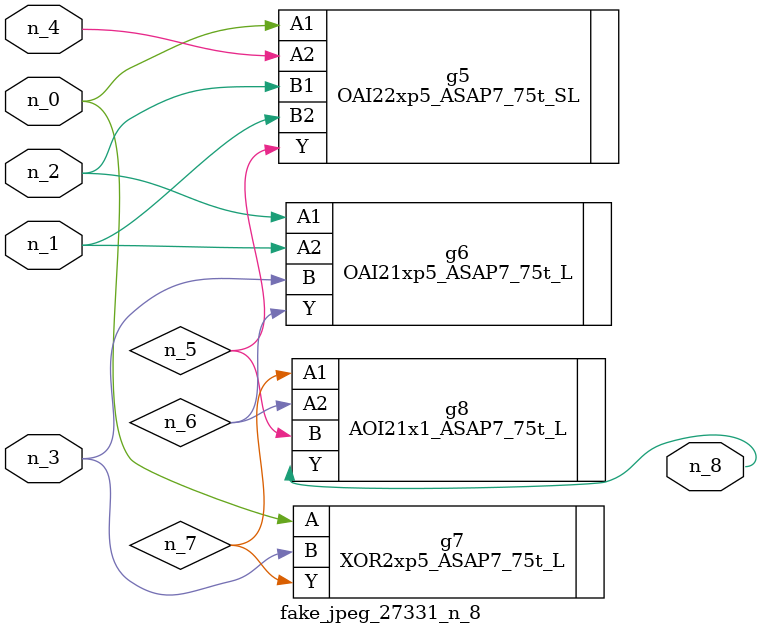
<source format=v>
module fake_jpeg_27331_n_8 (n_3, n_2, n_1, n_0, n_4, n_8);

input n_3;
input n_2;
input n_1;
input n_0;
input n_4;

output n_8;

wire n_6;
wire n_5;
wire n_7;

OAI22xp5_ASAP7_75t_SL g5 ( 
.A1(n_0),
.A2(n_4),
.B1(n_2),
.B2(n_1),
.Y(n_5)
);

OAI21xp5_ASAP7_75t_L g6 ( 
.A1(n_2),
.A2(n_1),
.B(n_3),
.Y(n_6)
);

XOR2xp5_ASAP7_75t_L g7 ( 
.A(n_0),
.B(n_3),
.Y(n_7)
);

AOI21x1_ASAP7_75t_L g8 ( 
.A1(n_7),
.A2(n_6),
.B(n_5),
.Y(n_8)
);


endmodule
</source>
